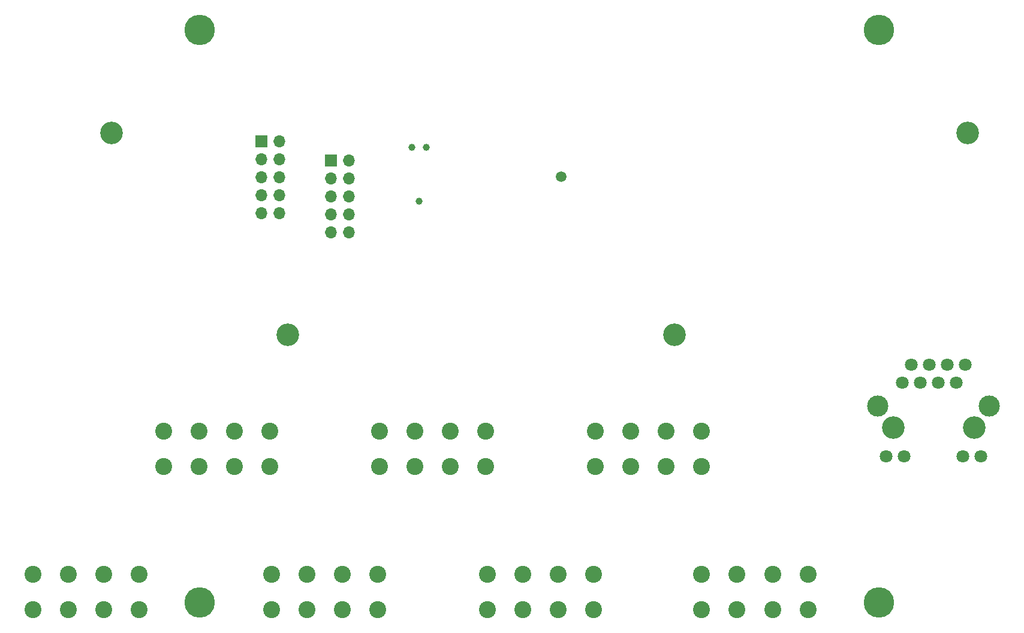
<source format=gbr>
%TF.GenerationSoftware,KiCad,Pcbnew,7.0.8*%
%TF.CreationDate,2023-12-19T12:05:06+02:00*%
%TF.ProjectId,serial_io_expander,73657269-616c-45f6-996f-5f657870616e,rev?*%
%TF.SameCoordinates,Original*%
%TF.FileFunction,Soldermask,Bot*%
%TF.FilePolarity,Negative*%
%FSLAX46Y46*%
G04 Gerber Fmt 4.6, Leading zero omitted, Abs format (unit mm)*
G04 Created by KiCad (PCBNEW 7.0.8) date 2023-12-19 12:05:06*
%MOMM*%
%LPD*%
G01*
G04 APERTURE LIST*
%ADD10C,3.200000*%
%ADD11C,2.400000*%
%ADD12C,1.800000*%
%ADD13C,3.000000*%
%ADD14R,1.700000X1.700000*%
%ADD15O,1.700000X1.700000*%
%ADD16C,4.300000*%
%ADD17C,0.990600*%
%ADD18C,1.500000*%
G04 APERTURE END LIST*
D10*
%TO.C,H7*%
X99875000Y-97050000D03*
%TD*%
%TO.C,H6*%
X195875000Y-68500000D03*
%TD*%
%TO.C,H5*%
X75000000Y-68500000D03*
%TD*%
%TO.C,H8*%
X154500000Y-97050000D03*
%TD*%
D11*
%TO.C,J12*%
X143330000Y-110600000D03*
X143330000Y-115600000D03*
X148330000Y-110600000D03*
X148330000Y-115600000D03*
X153330000Y-110600000D03*
X153330000Y-115600000D03*
X158330000Y-110600000D03*
X158330000Y-115600000D03*
%TD*%
D10*
%TO.C,J5*%
X185360000Y-110100000D03*
X196790000Y-110100000D03*
D12*
X186630000Y-103750000D03*
X187900000Y-101210000D03*
X189170000Y-103750000D03*
X190440000Y-101210000D03*
X191710000Y-103750000D03*
X192980000Y-101210000D03*
X194250000Y-103750000D03*
D13*
X183225000Y-107050000D03*
D12*
X195520000Y-101210000D03*
D13*
X198925000Y-107050000D03*
D12*
X184400000Y-114160000D03*
X186940000Y-114160000D03*
X195210000Y-114160000D03*
X197750000Y-114160000D03*
%TD*%
D11*
%TO.C,J11*%
X82370000Y-110600000D03*
X82370000Y-115600000D03*
X87370000Y-110600000D03*
X87370000Y-115600000D03*
X92370000Y-110600000D03*
X92370000Y-115600000D03*
X97370000Y-110600000D03*
X97370000Y-115600000D03*
%TD*%
D14*
%TO.C,J14*%
X105940000Y-72400000D03*
D15*
X108480000Y-72400000D03*
X105940000Y-74940000D03*
X108480000Y-74940000D03*
X105940000Y-77480000D03*
X108480000Y-77480000D03*
X105940000Y-80020000D03*
X108480000Y-80020000D03*
X105940000Y-82560000D03*
X108480000Y-82560000D03*
%TD*%
D11*
%TO.C,J9*%
X97610000Y-130840000D03*
X97610000Y-135840000D03*
X102610000Y-130840000D03*
X102610000Y-135840000D03*
X107610000Y-130840000D03*
X107610000Y-135840000D03*
X112610000Y-130840000D03*
X112610000Y-135840000D03*
%TD*%
%TO.C,J8*%
X128090000Y-130840000D03*
X128090000Y-135840000D03*
X133090000Y-130840000D03*
X133090000Y-135840000D03*
X138090000Y-130840000D03*
X138090000Y-135840000D03*
X143090000Y-130840000D03*
X143090000Y-135840000D03*
%TD*%
D16*
%TO.C,H4*%
X183330000Y-53922400D03*
%TD*%
D11*
%TO.C,J1*%
X63880000Y-130840000D03*
X63880000Y-135840000D03*
X68880000Y-130840000D03*
X68880000Y-135840000D03*
X73880000Y-130840000D03*
X73880000Y-135840000D03*
X78880000Y-130840000D03*
X78880000Y-135840000D03*
%TD*%
%TO.C,J10*%
X112850000Y-110600000D03*
X112850000Y-115600000D03*
X117850000Y-110600000D03*
X117850000Y-115600000D03*
X122850000Y-110600000D03*
X122850000Y-115600000D03*
X127850000Y-110600000D03*
X127850000Y-115600000D03*
%TD*%
D14*
%TO.C,J6*%
X96140000Y-69630000D03*
D15*
X98680000Y-69630000D03*
X96140000Y-72170000D03*
X98680000Y-72170000D03*
X96140000Y-74710000D03*
X98680000Y-74710000D03*
X96140000Y-77250000D03*
X98680000Y-77250000D03*
X96140000Y-79790000D03*
X98680000Y-79790000D03*
%TD*%
D11*
%TO.C,J13*%
X158330000Y-130840000D03*
X158330000Y-135840000D03*
X163330000Y-130840000D03*
X163330000Y-135840000D03*
X168330000Y-130840000D03*
X168330000Y-135840000D03*
X173330000Y-130840000D03*
X173330000Y-135840000D03*
%TD*%
D17*
%TO.C,J7*%
X118410000Y-78110000D03*
X117394000Y-70490000D03*
X119426000Y-70490000D03*
%TD*%
D16*
%TO.C,H2*%
X183330000Y-134872400D03*
%TD*%
%TO.C,H3*%
X87430000Y-134872400D03*
%TD*%
%TO.C,H1*%
X87430000Y-53922400D03*
%TD*%
D18*
%TO.C,TP1*%
X138490000Y-74660000D03*
%TD*%
M02*

</source>
